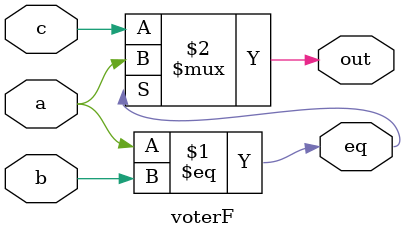
<source format=v>
module voterF(out,eq, a, b, c); // voter
	output  out;
	output  eq;
	input a, b, c;
	//wire eq/*synthesis syn_keep = 1*/;
	assign eq=(a== b);
	assign out = eq? a :c;
endmodule
</source>
